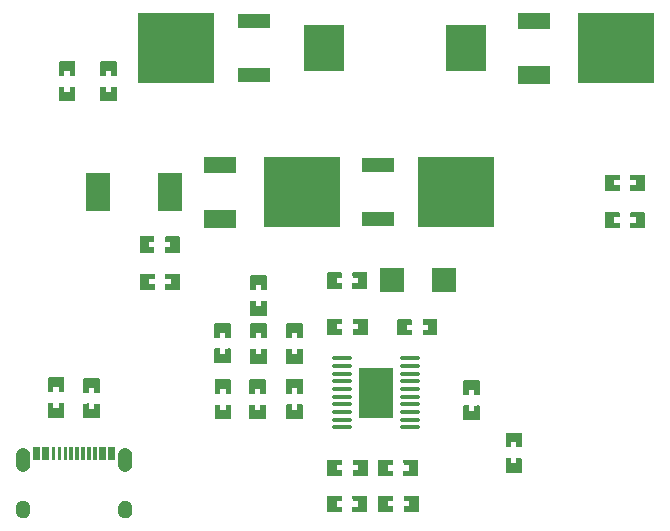
<source format=gtp>
G04 Layer: TopPasteMaskLayer*
G04 EasyEDA Pro v2.2.37.7, 2025-04-09 10:13:22*
G04 Gerber Generator version 0.3*
G04 Scale: 100 percent, Rotated: No, Reflected: No*
G04 Dimensions in millimeters*
G04 Leading zeros omitted, absolute positions, 4 integers and 5 decimals*
%FSLAX45Y45*%
%MOMM*%
%ADD10O,1.7465X0.343*%
%ADD11R,2.99999X4.19999*%
%ADD12R,6.50001X5.99999*%
%ADD13R,2.79999X1.3*%
%ADD14R,6.50001X5.99999*%
%ADD15R,2.79999X1.3*%
%ADD16R,2.79999X1.35001*%
%ADD17R,2.79999X1.5*%
%ADD18R,2.0X2.0*%
%ADD19R,2.0040X3.29999*%
%ADD20R,2.0X3.29999*%
%ADD21R,3.49999X3.99999*%
G75*


G04 PolygonModel Start*
G36*
G01X3327900Y-3091002D02*
G01X3199902Y-3091002D01*
G01X3194901Y-3086001D01*
G01X3194901Y-2971000D01*
G01X3199902Y-2966001D01*
G01X3240905Y-2965498D01*
G01X3240905Y-3010499D01*
G01X3285904Y-3010499D01*
G01X3285904Y-2966499D01*
G01X3327900Y-2966001D01*
G01X3332902Y-2971000D01*
G01X3332902Y-3086001D01*
G01X3327900Y-3091002D01*
G37*
G36*
G01X3327900Y-2876001D02*
G01X3285904Y-2875999D01*
G01X3285904Y-2831501D01*
G01X3240905Y-2831501D01*
G01X3240905Y-2875498D01*
G01X3199902Y-2876001D01*
G01X3194901Y-2871000D01*
G01X3194901Y-2756002D01*
G01X3199902Y-2751000D01*
G01X3327900Y-2751000D01*
G01X3332902Y-2756002D01*
G01X3332902Y-2871000D01*
G01X3327900Y-2876001D01*
G37*
G36*
G01X3327900Y-3497402D02*
G01X3199902Y-3497402D01*
G01X3194901Y-3492401D01*
G01X3194901Y-3377400D01*
G01X3199902Y-3372401D01*
G01X3240905Y-3371898D01*
G01X3240905Y-3416899D01*
G01X3285904Y-3416899D01*
G01X3285904Y-3372899D01*
G01X3327900Y-3372401D01*
G01X3332902Y-3377400D01*
G01X3332902Y-3492401D01*
G01X3327900Y-3497402D01*
G37*
G36*
G01X3327900Y-3282401D02*
G01X3285904Y-3282399D01*
G01X3285904Y-3237901D01*
G01X3240905Y-3237901D01*
G01X3240905Y-3281898D01*
G01X3199902Y-3282401D01*
G01X3194901Y-3277400D01*
G01X3194901Y-3162402D01*
G01X3199902Y-3157400D01*
G01X3327900Y-3157400D01*
G01X3332902Y-3162402D01*
G01X3332902Y-3277400D01*
G01X3327900Y-3282401D01*
G37*
G36*
G01X3845697Y-3249696D02*
G01X3845697Y-3121698D01*
G01X3850698Y-3116697D01*
G01X3965699Y-3116697D01*
G01X3970698Y-3121698D01*
G01X3971201Y-3162701D01*
G01X3926200Y-3162701D01*
G01X3926200Y-3207700D01*
G01X3970200Y-3207700D01*
G01X3970698Y-3249696D01*
G01X3965699Y-3254698D01*
G01X3850698Y-3254698D01*
G01X3845697Y-3249696D01*
G37*
G36*
G01X4060698Y-3249696D02*
G01X4060701Y-3207700D01*
G01X4105199Y-3207700D01*
G01X4105199Y-3162701D01*
G01X4061201Y-3162701D01*
G01X4060698Y-3121698D01*
G01X4065699Y-3116697D01*
G01X4180698Y-3116697D01*
G01X4185699Y-3121698D01*
G01X4185699Y-3249696D01*
G01X4180698Y-3254698D01*
G01X4065699Y-3254698D01*
G01X4060698Y-3249696D01*
G37*
G36*
G01X3504700Y-3627298D02*
G01X3632698Y-3627298D01*
G01X3637699Y-3632299D01*
G01X3637699Y-3747300D01*
G01X3632698Y-3752299D01*
G01X3591695Y-3752802D01*
G01X3591695Y-3707801D01*
G01X3546696Y-3707801D01*
G01X3546696Y-3751801D01*
G01X3504700Y-3752299D01*
G01X3499698Y-3747300D01*
G01X3499698Y-3632299D01*
G01X3504700Y-3627298D01*
G37*
G36*
G01X3504700Y-3842299D02*
G01X3546696Y-3842301D01*
G01X3546696Y-3886799D01*
G01X3591695Y-3886799D01*
G01X3591695Y-3842802D01*
G01X3632698Y-3842299D01*
G01X3637699Y-3847300D01*
G01X3637699Y-3962298D01*
G01X3632698Y-3967300D01*
G01X3504700Y-3967300D01*
G01X3499698Y-3962298D01*
G01X3499698Y-3847300D01*
G01X3504700Y-3842299D01*
G37*
G36*
G01X3632700Y-3497402D02*
G01X3504702Y-3497402D01*
G01X3499701Y-3492401D01*
G01X3499701Y-3377400D01*
G01X3504702Y-3372401D01*
G01X3545705Y-3371898D01*
G01X3545705Y-3416899D01*
G01X3590704Y-3416899D01*
G01X3590704Y-3372899D01*
G01X3632700Y-3372401D01*
G01X3637702Y-3377400D01*
G01X3637702Y-3492401D01*
G01X3632700Y-3497402D01*
G37*
G36*
G01X3632700Y-3282401D02*
G01X3590704Y-3282399D01*
G01X3590704Y-3237901D01*
G01X3545705Y-3237901D01*
G01X3545705Y-3281898D01*
G01X3504702Y-3282401D01*
G01X3499701Y-3277400D01*
G01X3499701Y-3162402D01*
G01X3504702Y-3157400D01*
G01X3632700Y-3157400D01*
G01X3637702Y-3162402D01*
G01X3637702Y-3277400D01*
G01X3632700Y-3282401D01*
G37*
G36*
G01X3189204Y-3629797D02*
G01X3317202Y-3629797D01*
G01X3322203Y-3634798D01*
G01X3322203Y-3749799D01*
G01X3317202Y-3754798D01*
G01X3276199Y-3755301D01*
G01X3276199Y-3710300D01*
G01X3231200Y-3710300D01*
G01X3231200Y-3754300D01*
G01X3189204Y-3754798D01*
G01X3184202Y-3749799D01*
G01X3184202Y-3634798D01*
G01X3189204Y-3629797D01*
G37*
G36*
G01X3189204Y-3844798D02*
G01X3231200Y-3844801D01*
G01X3231200Y-3889299D01*
G01X3276199Y-3889299D01*
G01X3276199Y-3845301D01*
G01X3317202Y-3844798D01*
G01X3322203Y-3849799D01*
G01X3322203Y-3964798D01*
G01X3317202Y-3969799D01*
G01X3189204Y-3969799D01*
G01X3184202Y-3964798D01*
G01X3184202Y-3849799D01*
G01X3189204Y-3844798D01*
G37*
G36*
G01X2897104Y-3629797D02*
G01X3025102Y-3629797D01*
G01X3030103Y-3634798D01*
G01X3030103Y-3749799D01*
G01X3025102Y-3754798D01*
G01X2984099Y-3755301D01*
G01X2984099Y-3710300D01*
G01X2939100Y-3710300D01*
G01X2939100Y-3754300D01*
G01X2897104Y-3754798D01*
G01X2892102Y-3749799D01*
G01X2892102Y-3634798D01*
G01X2897104Y-3629797D01*
G37*
G36*
G01X2897104Y-3844798D02*
G01X2939100Y-3844801D01*
G01X2939100Y-3889299D01*
G01X2984099Y-3889299D01*
G01X2984099Y-3845301D01*
G01X3025102Y-3844798D01*
G01X3030103Y-3849799D01*
G01X3030103Y-3964798D01*
G01X3025102Y-3969799D01*
G01X2897104Y-3969799D01*
G01X2892102Y-3964798D01*
G01X2892102Y-3849799D01*
G01X2897104Y-3844798D01*
G37*
G36*
G01X6195197Y-2347996D02*
G01X6195197Y-2219998D01*
G01X6200198Y-2214997D01*
G01X6315199Y-2214997D01*
G01X6320198Y-2219998D01*
G01X6320701Y-2261001D01*
G01X6275700Y-2261001D01*
G01X6275700Y-2306000D01*
G01X6319700Y-2306000D01*
G01X6320198Y-2347996D01*
G01X6315199Y-2352998D01*
G01X6200198Y-2352998D01*
G01X6195197Y-2347996D01*
G37*
G36*
G01X6410198Y-2347996D02*
G01X6410201Y-2306000D01*
G01X6454699Y-2306000D01*
G01X6454699Y-2261001D01*
G01X6410701Y-2261001D01*
G01X6410198Y-2219998D01*
G01X6415199Y-2214997D01*
G01X6530198Y-2214997D01*
G01X6535199Y-2219998D01*
G01X6535199Y-2347996D01*
G01X6530198Y-2352998D01*
G01X6415199Y-2352998D01*
G01X6410198Y-2347996D01*
G37*
G36*
G01X6195197Y-2030496D02*
G01X6195197Y-1902498D01*
G01X6200198Y-1897497D01*
G01X6315199Y-1897497D01*
G01X6320198Y-1902498D01*
G01X6320701Y-1943501D01*
G01X6275700Y-1943501D01*
G01X6275700Y-1988500D01*
G01X6319700Y-1988500D01*
G01X6320198Y-2030496D01*
G01X6315199Y-2035498D01*
G01X6200198Y-2035498D01*
G01X6195197Y-2030496D01*
G37*
G36*
G01X6410198Y-2030496D02*
G01X6410201Y-1988500D01*
G01X6454699Y-1988500D01*
G01X6454699Y-1943501D01*
G01X6410701Y-1943501D01*
G01X6410198Y-1902498D01*
G01X6415199Y-1897497D01*
G01X6530198Y-1897497D01*
G01X6535199Y-1902498D01*
G01X6535199Y-2030496D01*
G01X6530198Y-2035498D01*
G01X6415199Y-2035498D01*
G01X6410198Y-2030496D01*
G37*
G36*
G01X1706296Y-1278603D02*
G01X1578298Y-1278603D01*
G01X1573297Y-1273601D01*
G01X1573297Y-1158600D01*
G01X1578298Y-1153602D01*
G01X1619301Y-1153099D01*
G01X1619301Y-1198100D01*
G01X1664300Y-1198100D01*
G01X1664300Y-1154100D01*
G01X1706296Y-1153602D01*
G01X1711298Y-1158600D01*
G01X1711298Y-1273601D01*
G01X1706296Y-1278603D01*
G37*
G36*
G01X1706296Y-1063602D02*
G01X1664300Y-1063599D01*
G01X1664300Y-1019101D01*
G01X1619301Y-1019101D01*
G01X1619301Y-1063099D01*
G01X1578298Y-1063602D01*
G01X1573297Y-1058601D01*
G01X1573297Y-943602D01*
G01X1578298Y-938601D01*
G01X1706296Y-938601D01*
G01X1711298Y-943602D01*
G01X1711298Y-1058601D01*
G01X1706296Y-1063602D01*
G37*
G36*
G01X2056296Y-1278603D02*
G01X1928298Y-1278603D01*
G01X1923297Y-1273601D01*
G01X1923297Y-1158600D01*
G01X1928298Y-1153602D01*
G01X1969301Y-1153099D01*
G01X1969301Y-1198100D01*
G01X2014300Y-1198100D01*
G01X2014300Y-1154100D01*
G01X2056296Y-1153602D01*
G01X2061298Y-1158600D01*
G01X2061298Y-1273601D01*
G01X2056296Y-1278603D01*
G37*
G36*
G01X2056296Y-1063602D02*
G01X2014300Y-1063599D01*
G01X2014300Y-1019101D01*
G01X1969301Y-1019101D01*
G01X1969301Y-1063099D01*
G01X1928298Y-1063602D01*
G01X1923297Y-1058601D01*
G01X1923297Y-943602D01*
G01X1928298Y-938601D01*
G01X2056296Y-938601D01*
G01X2061298Y-943602D01*
G01X2061298Y-1058601D01*
G01X2056296Y-1063602D01*
G37*
G36*
G01X4777603Y-3125704D02*
G01X4777603Y-3253702D01*
G01X4772602Y-3258703D01*
G01X4657601Y-3258703D01*
G01X4652602Y-3253702D01*
G01X4652099Y-3212699D01*
G01X4697100Y-3212699D01*
G01X4697100Y-3167700D01*
G01X4653100Y-3167700D01*
G01X4652602Y-3125704D01*
G01X4657601Y-3120702D01*
G01X4772602Y-3120702D01*
G01X4777603Y-3125704D01*
G37*
G36*
G01X4562602Y-3125704D02*
G01X4562599Y-3167700D01*
G01X4518101Y-3167700D01*
G01X4518101Y-3212699D01*
G01X4562099Y-3212699D01*
G01X4562602Y-3253702D01*
G01X4557601Y-3258703D01*
G01X4442602Y-3258703D01*
G01X4437601Y-3253702D01*
G01X4437601Y-3125704D01*
G01X4442602Y-3120702D01*
G01X4557601Y-3120702D01*
G01X4562602Y-3125704D01*
G37*
G36*
G01X5129296Y-3977503D02*
G01X5001298Y-3977503D01*
G01X4996297Y-3972502D01*
G01X4996297Y-3857501D01*
G01X5001298Y-3852502D01*
G01X5042301Y-3851999D01*
G01X5042301Y-3897000D01*
G01X5087300Y-3897000D01*
G01X5087300Y-3853000D01*
G01X5129296Y-3852502D01*
G01X5134298Y-3857501D01*
G01X5134298Y-3972502D01*
G01X5129296Y-3977503D01*
G37*
G36*
G01X5129296Y-3762502D02*
G01X5087300Y-3762499D01*
G01X5087300Y-3718001D01*
G01X5042301Y-3718001D01*
G01X5042301Y-3761999D01*
G01X5001298Y-3762502D01*
G01X4996297Y-3757501D01*
G01X4996297Y-3642502D01*
G01X5001298Y-3637501D01*
G01X5129296Y-3637501D01*
G01X5134298Y-3642502D01*
G01X5134298Y-3757501D01*
G01X5129296Y-3762502D01*
G37*
G36*
G01X3843198Y-2858000D02*
G01X3843198Y-2730002D01*
G01X3848199Y-2725001D01*
G01X3963200Y-2725001D01*
G01X3968199Y-2730002D01*
G01X3968702Y-2771005D01*
G01X3923701Y-2771005D01*
G01X3923701Y-2816004D01*
G01X3967701Y-2816004D01*
G01X3968199Y-2858000D01*
G01X3963200Y-2863002D01*
G01X3848199Y-2863002D01*
G01X3843198Y-2858000D01*
G37*
G36*
G01X4058199Y-2858000D02*
G01X4058201Y-2816004D01*
G01X4102699Y-2816004D01*
G01X4102699Y-2771005D01*
G01X4058702Y-2771005D01*
G01X4058199Y-2730002D01*
G01X4063200Y-2725001D01*
G01X4178198Y-2725001D01*
G01X4183200Y-2730002D01*
G01X4183200Y-2858000D01*
G01X4178198Y-2863002D01*
G01X4063200Y-2863002D01*
G01X4058199Y-2858000D01*
G37*
G36*
G01X3021096Y-3494903D02*
G01X2893098Y-3494903D01*
G01X2888097Y-3489902D01*
G01X2888097Y-3374901D01*
G01X2893098Y-3369902D01*
G01X2934101Y-3369399D01*
G01X2934101Y-3414400D01*
G01X2979100Y-3414400D01*
G01X2979100Y-3370400D01*
G01X3021096Y-3369902D01*
G01X3026098Y-3374901D01*
G01X3026098Y-3489902D01*
G01X3021096Y-3494903D01*
G37*
G36*
G01X3021096Y-3279902D02*
G01X2979100Y-3279899D01*
G01X2979100Y-3235401D01*
G01X2934101Y-3235401D01*
G01X2934101Y-3279399D01*
G01X2893098Y-3279902D01*
G01X2888097Y-3274901D01*
G01X2888097Y-3159902D01*
G01X2893098Y-3154901D01*
G01X3021096Y-3154901D01*
G01X3026098Y-3159902D01*
G01X3026098Y-3274901D01*
G01X3021096Y-3279902D01*
G37*
G36*
G01X4274998Y-4445500D02*
G01X4274998Y-4317502D01*
G01X4279999Y-4312501D01*
G01X4395000Y-4312501D01*
G01X4399999Y-4317502D01*
G01X4400502Y-4358505D01*
G01X4355501Y-4358505D01*
G01X4355501Y-4403504D01*
G01X4399501Y-4403504D01*
G01X4399999Y-4445500D01*
G01X4395000Y-4450502D01*
G01X4279999Y-4450502D01*
G01X4274998Y-4445500D01*
G37*
G36*
G01X4489999Y-4445500D02*
G01X4490001Y-4403504D01*
G01X4534499Y-4403504D01*
G01X4534499Y-4358505D01*
G01X4490502Y-4358505D01*
G01X4489999Y-4317502D01*
G01X4495000Y-4312501D01*
G01X4609998Y-4312501D01*
G01X4615000Y-4317502D01*
G01X4615000Y-4445500D01*
G01X4609998Y-4450502D01*
G01X4495000Y-4450502D01*
G01X4489999Y-4445500D01*
G37*
G36*
G01X3845697Y-4443496D02*
G01X3845697Y-4315498D01*
G01X3850698Y-4310497D01*
G01X3965699Y-4310497D01*
G01X3970698Y-4315498D01*
G01X3971201Y-4356501D01*
G01X3926200Y-4356501D01*
G01X3926200Y-4401500D01*
G01X3970200Y-4401500D01*
G01X3970698Y-4443496D01*
G01X3965699Y-4448498D01*
G01X3850698Y-4448498D01*
G01X3845697Y-4443496D01*
G37*
G36*
G01X4060698Y-4443496D02*
G01X4060701Y-4401500D01*
G01X4105199Y-4401500D01*
G01X4105199Y-4356501D01*
G01X4061201Y-4356501D01*
G01X4060698Y-4315498D01*
G01X4065699Y-4310497D01*
G01X4180698Y-4310497D01*
G01X4185699Y-4315498D01*
G01X4185699Y-4443496D01*
G01X4180698Y-4448498D01*
G01X4065699Y-4448498D01*
G01X4060698Y-4443496D01*
G37*
G36*
G01X4277497Y-4748296D02*
G01X4277497Y-4620298D01*
G01X4282498Y-4615297D01*
G01X4397499Y-4615297D01*
G01X4402498Y-4620298D01*
G01X4403001Y-4661301D01*
G01X4358000Y-4661301D01*
G01X4358000Y-4706300D01*
G01X4402000Y-4706300D01*
G01X4402498Y-4748296D01*
G01X4397499Y-4753298D01*
G01X4282498Y-4753298D01*
G01X4277497Y-4748296D01*
G37*
G36*
G01X4492498Y-4748296D02*
G01X4492501Y-4706300D01*
G01X4536999Y-4706300D01*
G01X4536999Y-4661301D01*
G01X4493001Y-4661301D01*
G01X4492498Y-4620298D01*
G01X4497499Y-4615297D01*
G01X4612498Y-4615297D01*
G01X4617499Y-4620298D01*
G01X4617499Y-4748296D01*
G01X4612498Y-4753298D01*
G01X4497499Y-4753298D01*
G01X4492498Y-4748296D01*
G37*
G36*
G01X3843198Y-4750300D02*
G01X3843198Y-4622302D01*
G01X3848199Y-4617301D01*
G01X3963200Y-4617301D01*
G01X3968199Y-4622302D01*
G01X3968702Y-4663305D01*
G01X3923701Y-4663305D01*
G01X3923701Y-4708304D01*
G01X3967701Y-4708304D01*
G01X3968199Y-4750300D01*
G01X3963200Y-4755302D01*
G01X3848199Y-4755302D01*
G01X3843198Y-4750300D01*
G37*
G36*
G01X4058199Y-4750300D02*
G01X4058201Y-4708304D01*
G01X4102699Y-4708304D01*
G01X4102699Y-4663305D01*
G01X4058702Y-4663305D01*
G01X4058199Y-4622302D01*
G01X4063200Y-4617301D01*
G01X4178198Y-4617301D01*
G01X4183200Y-4622302D01*
G01X4183200Y-4750300D01*
G01X4178198Y-4755302D01*
G01X4063200Y-4755302D01*
G01X4058199Y-4750300D01*
G37*
G36*
G01X5487905Y-4422174D02*
G01X5359907Y-4422174D01*
G01X5354905Y-4417173D01*
G01X5354905Y-4302172D01*
G01X5359907Y-4297173D01*
G01X5400910Y-4296670D01*
G01X5400910Y-4341672D01*
G01X5445909Y-4341672D01*
G01X5445909Y-4297671D01*
G01X5487905Y-4297173D01*
G01X5492906Y-4302172D01*
G01X5492906Y-4417173D01*
G01X5487905Y-4422174D01*
G37*
G36*
G01X5487905Y-4207173D02*
G01X5445909Y-4207171D01*
G01X5445909Y-4162673D01*
G01X5400910Y-4162673D01*
G01X5400910Y-4206671D01*
G01X5359907Y-4207173D01*
G01X5354905Y-4202172D01*
G01X5354905Y-4087174D01*
G01X5359907Y-4082172D01*
G01X5487905Y-4082172D01*
G01X5492906Y-4087174D01*
G01X5492906Y-4202172D01*
G01X5487905Y-4207173D01*
G37*
G36*
G01X2258197Y-2868696D02*
G01X2258197Y-2740698D01*
G01X2263198Y-2735697D01*
G01X2378199Y-2735697D01*
G01X2383198Y-2740698D01*
G01X2383701Y-2781701D01*
G01X2338700Y-2781701D01*
G01X2338700Y-2826700D01*
G01X2382700Y-2826700D01*
G01X2383198Y-2868696D01*
G01X2378199Y-2873698D01*
G01X2263198Y-2873698D01*
G01X2258197Y-2868696D01*
G37*
G36*
G01X2473198Y-2868696D02*
G01X2473201Y-2826700D01*
G01X2517699Y-2826700D01*
G01X2517699Y-2781701D01*
G01X2473701Y-2781701D01*
G01X2473198Y-2740698D01*
G01X2478199Y-2735697D01*
G01X2593198Y-2735697D01*
G01X2598199Y-2740698D01*
G01X2598199Y-2868696D01*
G01X2593198Y-2873698D01*
G01X2478199Y-2873698D01*
G01X2473198Y-2868696D01*
G37*
G36*
G01X2595702Y-2425200D02*
G01X2595702Y-2553198D01*
G01X2590701Y-2558199D01*
G01X2475700Y-2558199D01*
G01X2470701Y-2553198D01*
G01X2470198Y-2512195D01*
G01X2515199Y-2512195D01*
G01X2515199Y-2467196D01*
G01X2471199Y-2467196D01*
G01X2470701Y-2425200D01*
G01X2475700Y-2420198D01*
G01X2590701Y-2420198D01*
G01X2595702Y-2425200D01*
G37*
G36*
G01X2380701Y-2425200D02*
G01X2380699Y-2467196D01*
G01X2336201Y-2467196D01*
G01X2336201Y-2512195D01*
G01X2380198Y-2512195D01*
G01X2380701Y-2553198D01*
G01X2375700Y-2558199D01*
G01X2260702Y-2558199D01*
G01X2255700Y-2553198D01*
G01X2255700Y-2425200D01*
G01X2260702Y-2420198D01*
G01X2375700Y-2420198D01*
G01X2380701Y-2425200D01*
G37*
G36*
G01X1841807Y-4313296D02*
G01X1841807Y-4203296D01*
G01X1811805Y-4203296D01*
G01X1811805Y-4313296D01*
G01X1841807Y-4313296D01*
G37*
G36*
G01X1861817Y-4203296D02*
G01X1861817Y-4313296D01*
G01X1891820Y-4313296D01*
G01X1891820Y-4203296D01*
G01X1861817Y-4203296D01*
G37*
G36*
G01X1351798Y-4203296D02*
G01X1351798Y-4313296D01*
G01X1411798Y-4313296D01*
G01X1411798Y-4203296D01*
G01X1351798Y-4203296D01*
G37*
G36*
G01X1791795Y-4313296D02*
G01X1791795Y-4203296D01*
G01X1761792Y-4203296D01*
G01X1761792Y-4313296D01*
G01X1791795Y-4313296D01*
G37*
G36*
G01X1911817Y-4203296D02*
G01X1911817Y-4313296D01*
G01X1971817Y-4313296D01*
G01X1971817Y-4203296D01*
G01X1911817Y-4203296D01*
G37*
G36*
G01X2051802Y-4313296D02*
G01X2051802Y-4203296D01*
G01X1991802Y-4203296D01*
G01X1991802Y-4313296D01*
G01X2051802Y-4313296D01*
G37*
G36*
G01X1741808Y-4313296D02*
G01X1741808Y-4203296D01*
G01X1711805Y-4203296D01*
G01X1711805Y-4313296D01*
G01X1741808Y-4313296D01*
G37*
G36*
G01X1691795Y-4313296D02*
G01X1691795Y-4203296D01*
G01X1661792Y-4203296D01*
G01X1661792Y-4313296D01*
G01X1691795Y-4313296D01*
G37*
G36*
G01X1431808Y-4203296D02*
G01X1431808Y-4313296D01*
G01X1491808Y-4313296D01*
G01X1491808Y-4203296D01*
G01X1431808Y-4203296D01*
G37*
G36*
G01X1641808Y-4313296D02*
G01X1641808Y-4203296D01*
G01X1611805Y-4203296D01*
G01X1611805Y-4313296D01*
G01X1641808Y-4313296D01*
G37*
G36*
G01X1591821Y-4313296D02*
G01X1591821Y-4203296D01*
G01X1561818Y-4203296D01*
G01X1561818Y-4313296D01*
G01X1591821Y-4313296D01*
G37*
G36*
G01X1541808Y-4313296D02*
G01X1541808Y-4203296D01*
G01X1511805Y-4203296D01*
G01X1511805Y-4313296D01*
G01X1541808Y-4313296D01*
G37*
G36*
G01X2138782Y-4213456D02*
G01X2135795Y-4213306D01*
G01X2132802Y-4213306D01*
G01X2129815Y-4213456D01*
G01X2126839Y-4213753D01*
G01X2123879Y-4214200D01*
G01X2120948Y-4214792D01*
G01X2118048Y-4215531D01*
G01X2115190Y-4216413D01*
G01X2112378Y-4217436D01*
G01X2109622Y-4218597D01*
G01X2106925Y-4219895D01*
G01X2104299Y-4221328D01*
G01X2101746Y-4222887D01*
G01X2099274Y-4224571D01*
G01X2096889Y-4226380D01*
G01X2094598Y-4228302D01*
G01X2092404Y-4230337D01*
G01X2090316Y-4232478D01*
G01X2088335Y-4234721D01*
G01X2086470Y-4237060D01*
G01X2084725Y-4239489D01*
G01X2083102Y-4242003D01*
G01X2081606Y-4244594D01*
G01X2080240Y-4247256D01*
G01X2079010Y-4249981D01*
G01X2077918Y-4252768D01*
G01X2076963Y-4255602D01*
G01X2076153Y-4258483D01*
G01X2075487Y-4261399D01*
G01X2074969Y-4264345D01*
G01X2074596Y-4267314D01*
G01X2074372Y-4270299D01*
G01X2074299Y-4273288D01*
G01X2074299Y-4353288D01*
G01X2074372Y-4356278D01*
G01X2074596Y-4359262D01*
G01X2074969Y-4362232D01*
G01X2075487Y-4365178D01*
G01X2076153Y-4368094D01*
G01X2076963Y-4370974D01*
G01X2077918Y-4373809D01*
G01X2079010Y-4376595D01*
G01X2080240Y-4379321D01*
G01X2081606Y-4381983D01*
G01X2083102Y-4384573D01*
G01X2084725Y-4387088D01*
G01X2086470Y-4389516D01*
G01X2088335Y-4391856D01*
G01X2090316Y-4394098D01*
G01X2092404Y-4396240D01*
G01X2094598Y-4398274D01*
G01X2096889Y-4400197D01*
G01X2099274Y-4402005D01*
G01X2101746Y-4403689D01*
G01X2104299Y-4405249D01*
G01X2106925Y-4406682D01*
G01X2109622Y-4407979D01*
G01X2112378Y-4409140D01*
G01X2115190Y-4410164D01*
G01X2118048Y-4411045D01*
G01X2120948Y-4411784D01*
G01X2123879Y-4412376D01*
G01X2126839Y-4412823D01*
G01X2129815Y-4413120D01*
G01X2132802Y-4413270D01*
G01X2135795Y-4413270D01*
G01X2138782Y-4413120D01*
G01X2141758Y-4412823D01*
G01X2144718Y-4412376D01*
G01X2147649Y-4411784D01*
G01X2150549Y-4411045D01*
G01X2153407Y-4410164D01*
G01X2156219Y-4409140D01*
G01X2158975Y-4407979D01*
G01X2161672Y-4406682D01*
G01X2164298Y-4405249D01*
G01X2166851Y-4403689D01*
G01X2169323Y-4402005D01*
G01X2171708Y-4400197D01*
G01X2173999Y-4398274D01*
G01X2176193Y-4396240D01*
G01X2178281Y-4394098D01*
G01X2180262Y-4391856D01*
G01X2182127Y-4389516D01*
G01X2183872Y-4387088D01*
G01X2185495Y-4384573D01*
G01X2186991Y-4381983D01*
G01X2188357Y-4379321D01*
G01X2189587Y-4376595D01*
G01X2190679Y-4373809D01*
G01X2191634Y-4370974D01*
G01X2192444Y-4368094D01*
G01X2193110Y-4365178D01*
G01X2193628Y-4362232D01*
G01X2194001Y-4359262D01*
G01X2194225Y-4356278D01*
G01X2194298Y-4353288D01*
G01X2194298Y-4273288D01*
G01X2194225Y-4270299D01*
G01X2194001Y-4267314D01*
G01X2193628Y-4264345D01*
G01X2193110Y-4261399D01*
G01X2192444Y-4258483D01*
G01X2191634Y-4255602D01*
G01X2190679Y-4252768D01*
G01X2189587Y-4249981D01*
G01X2188357Y-4247256D01*
G01X2186991Y-4244594D01*
G01X2185495Y-4242003D01*
G01X2183872Y-4239489D01*
G01X2182127Y-4237060D01*
G01X2180262Y-4234721D01*
G01X2178281Y-4232478D01*
G01X2176193Y-4230337D01*
G01X2173999Y-4228302D01*
G01X2171708Y-4226380D01*
G01X2169323Y-4224571D01*
G01X2166851Y-4222887D01*
G01X2164298Y-4221328D01*
G01X2161672Y-4219895D01*
G01X2158975Y-4218597D01*
G01X2156219Y-4217436D01*
G01X2153407Y-4216413D01*
G01X2150549Y-4215531D01*
G01X2147649Y-4214792D01*
G01X2144718Y-4214200D01*
G01X2141758Y-4213753D01*
G01X2138782Y-4213456D01*
G37*
G36*
G01X1267805Y-4213306D02*
G01X1264818Y-4213456D01*
G01X1261842Y-4213753D01*
G01X1258882Y-4214200D01*
G01X1255951Y-4214792D01*
G01X1253051Y-4215531D01*
G01X1250193Y-4216413D01*
G01X1247381Y-4217436D01*
G01X1244625Y-4218597D01*
G01X1241928Y-4219895D01*
G01X1239302Y-4221328D01*
G01X1236749Y-4222887D01*
G01X1234277Y-4224571D01*
G01X1231892Y-4226380D01*
G01X1229601Y-4228302D01*
G01X1227407Y-4230337D01*
G01X1225319Y-4232478D01*
G01X1223338Y-4234721D01*
G01X1221473Y-4237060D01*
G01X1219728Y-4239489D01*
G01X1218105Y-4242003D01*
G01X1216609Y-4244594D01*
G01X1215243Y-4247256D01*
G01X1214013Y-4249981D01*
G01X1212921Y-4252768D01*
G01X1211966Y-4255602D01*
G01X1211156Y-4258483D01*
G01X1210490Y-4261399D01*
G01X1209972Y-4264345D01*
G01X1209599Y-4267314D01*
G01X1209375Y-4270299D01*
G01X1209302Y-4273288D01*
G01X1209302Y-4353288D01*
G01X1209375Y-4356278D01*
G01X1209599Y-4359262D01*
G01X1209972Y-4362232D01*
G01X1210490Y-4365178D01*
G01X1211156Y-4368094D01*
G01X1211966Y-4370974D01*
G01X1212921Y-4373809D01*
G01X1214013Y-4376595D01*
G01X1215243Y-4379321D01*
G01X1216609Y-4381983D01*
G01X1218105Y-4384573D01*
G01X1219728Y-4387088D01*
G01X1221473Y-4389516D01*
G01X1223338Y-4391856D01*
G01X1225319Y-4394098D01*
G01X1227407Y-4396240D01*
G01X1229601Y-4398274D01*
G01X1231892Y-4400197D01*
G01X1234277Y-4402005D01*
G01X1236749Y-4403689D01*
G01X1239302Y-4405249D01*
G01X1241928Y-4406682D01*
G01X1244625Y-4407979D01*
G01X1247381Y-4409140D01*
G01X1250193Y-4410164D01*
G01X1253051Y-4411045D01*
G01X1255951Y-4411784D01*
G01X1258882Y-4412376D01*
G01X1261842Y-4412823D01*
G01X1264818Y-4413120D01*
G01X1267805Y-4413270D01*
G01X1270798Y-4413270D01*
G01X1273785Y-4413120D01*
G01X1276761Y-4412823D01*
G01X1279721Y-4412376D01*
G01X1282652Y-4411784D01*
G01X1285552Y-4411045D01*
G01X1288410Y-4410164D01*
G01X1291222Y-4409140D01*
G01X1293978Y-4407979D01*
G01X1296675Y-4406682D01*
G01X1299301Y-4405249D01*
G01X1301854Y-4403689D01*
G01X1304326Y-4402005D01*
G01X1306711Y-4400197D01*
G01X1309002Y-4398274D01*
G01X1311196Y-4396240D01*
G01X1313284Y-4394098D01*
G01X1315265Y-4391856D01*
G01X1317130Y-4389516D01*
G01X1318875Y-4387088D01*
G01X1320498Y-4384573D01*
G01X1321994Y-4381983D01*
G01X1323360Y-4379321D01*
G01X1324590Y-4376595D01*
G01X1325682Y-4373809D01*
G01X1326637Y-4370974D01*
G01X1327447Y-4368094D01*
G01X1328113Y-4365178D01*
G01X1328631Y-4362232D01*
G01X1329004Y-4359262D01*
G01X1329228Y-4356278D01*
G01X1329301Y-4353288D01*
G01X1329301Y-4273288D01*
G01X1329228Y-4270299D01*
G01X1329004Y-4267314D01*
G01X1328631Y-4264345D01*
G01X1328113Y-4261399D01*
G01X1327447Y-4258483D01*
G01X1326637Y-4255602D01*
G01X1325682Y-4252768D01*
G01X1324590Y-4249981D01*
G01X1323360Y-4247256D01*
G01X1321994Y-4244594D01*
G01X1320498Y-4242003D01*
G01X1318875Y-4239489D01*
G01X1317130Y-4237060D01*
G01X1315265Y-4234721D01*
G01X1313284Y-4232478D01*
G01X1311196Y-4230337D01*
G01X1309002Y-4228302D01*
G01X1306711Y-4226380D01*
G01X1304326Y-4224571D01*
G01X1301854Y-4222887D01*
G01X1299301Y-4221328D01*
G01X1296675Y-4219895D01*
G01X1293978Y-4218597D01*
G01X1291222Y-4217436D01*
G01X1288410Y-4216413D01*
G01X1285552Y-4215531D01*
G01X1282652Y-4214792D01*
G01X1279721Y-4214200D01*
G01X1276761Y-4213753D01*
G01X1273785Y-4213456D01*
G01X1270798Y-4213306D01*
G01X1267805Y-4213306D01*
G37*
G36*
G01X1273785Y-4658472D02*
G01X1270798Y-4658322D01*
G01X1267805Y-4658322D01*
G01X1264818Y-4658472D01*
G01X1261842Y-4658769D01*
G01X1258882Y-4659216D01*
G01X1255951Y-4659808D01*
G01X1253051Y-4660547D01*
G01X1250193Y-4661428D01*
G01X1247381Y-4662452D01*
G01X1244625Y-4663613D01*
G01X1241928Y-4664911D01*
G01X1239302Y-4666343D01*
G01X1236749Y-4667903D01*
G01X1234277Y-4669587D01*
G01X1231892Y-4671395D01*
G01X1229601Y-4673318D01*
G01X1227407Y-4675353D01*
G01X1225319Y-4677494D01*
G01X1223338Y-4679737D01*
G01X1221473Y-4682076D01*
G01X1219728Y-4684504D01*
G01X1218105Y-4687019D01*
G01X1216609Y-4689610D01*
G01X1215243Y-4692272D01*
G01X1214013Y-4694997D01*
G01X1212921Y-4697783D01*
G01X1211966Y-4700618D01*
G01X1211156Y-4703498D01*
G01X1210490Y-4706414D01*
G01X1209972Y-4709361D01*
G01X1209599Y-4712330D01*
G01X1209375Y-4715314D01*
G01X1209302Y-4718304D01*
G01X1209302Y-4748304D01*
G01X1209375Y-4751294D01*
G01X1209599Y-4754278D01*
G01X1209972Y-4757247D01*
G01X1210490Y-4760194D01*
G01X1211156Y-4763110D01*
G01X1211966Y-4765990D01*
G01X1212921Y-4768825D01*
G01X1214013Y-4771611D01*
G01X1215243Y-4774336D01*
G01X1216609Y-4776998D01*
G01X1218105Y-4779589D01*
G01X1219728Y-4782104D01*
G01X1221473Y-4784532D01*
G01X1223338Y-4786871D01*
G01X1225319Y-4789114D01*
G01X1227407Y-4791255D01*
G01X1229601Y-4793290D01*
G01X1231892Y-4795213D01*
G01X1234277Y-4797021D01*
G01X1236749Y-4798705D01*
G01X1239302Y-4800265D01*
G01X1241928Y-4801697D01*
G01X1244625Y-4802995D01*
G01X1247381Y-4804156D01*
G01X1250193Y-4805180D01*
G01X1253051Y-4806061D01*
G01X1255951Y-4806800D01*
G01X1258882Y-4807392D01*
G01X1261842Y-4807839D01*
G01X1264818Y-4808136D01*
G01X1267805Y-4808286D01*
G01X1270798Y-4808286D01*
G01X1273785Y-4808136D01*
G01X1276761Y-4807839D01*
G01X1279721Y-4807392D01*
G01X1282652Y-4806800D01*
G01X1285552Y-4806061D01*
G01X1288410Y-4805180D01*
G01X1291222Y-4804156D01*
G01X1293978Y-4802995D01*
G01X1296675Y-4801697D01*
G01X1299301Y-4800265D01*
G01X1301854Y-4798705D01*
G01X1304326Y-4797021D01*
G01X1306711Y-4795213D01*
G01X1309002Y-4793290D01*
G01X1311196Y-4791255D01*
G01X1313284Y-4789114D01*
G01X1315265Y-4786871D01*
G01X1317130Y-4784532D01*
G01X1318875Y-4782104D01*
G01X1320498Y-4779589D01*
G01X1321994Y-4776998D01*
G01X1323360Y-4774336D01*
G01X1324590Y-4771611D01*
G01X1325682Y-4768825D01*
G01X1326637Y-4765990D01*
G01X1327447Y-4763110D01*
G01X1328113Y-4760194D01*
G01X1328631Y-4757247D01*
G01X1329004Y-4754278D01*
G01X1329228Y-4751294D01*
G01X1329301Y-4748304D01*
G01X1329301Y-4718304D01*
G01X1329228Y-4715314D01*
G01X1329004Y-4712330D01*
G01X1328631Y-4709361D01*
G01X1328113Y-4706414D01*
G01X1327447Y-4703498D01*
G01X1326637Y-4700618D01*
G01X1325682Y-4697783D01*
G01X1324590Y-4694997D01*
G01X1323360Y-4692272D01*
G01X1321994Y-4689610D01*
G01X1320498Y-4687019D01*
G01X1318875Y-4684504D01*
G01X1317130Y-4682076D01*
G01X1315265Y-4679737D01*
G01X1313284Y-4677494D01*
G01X1311196Y-4675353D01*
G01X1309002Y-4673318D01*
G01X1306711Y-4671395D01*
G01X1304326Y-4669587D01*
G01X1301854Y-4667903D01*
G01X1299301Y-4666343D01*
G01X1296675Y-4664911D01*
G01X1293978Y-4663613D01*
G01X1291222Y-4662452D01*
G01X1288410Y-4661428D01*
G01X1285552Y-4660547D01*
G01X1282652Y-4659808D01*
G01X1279721Y-4659216D01*
G01X1276761Y-4658769D01*
G01X1273785Y-4658472D01*
G37*
G36*
G01X2132802Y-4658322D02*
G01X2129815Y-4658472D01*
G01X2126839Y-4658769D01*
G01X2123879Y-4659216D01*
G01X2120948Y-4659808D01*
G01X2118048Y-4660547D01*
G01X2115190Y-4661428D01*
G01X2112378Y-4662452D01*
G01X2109622Y-4663613D01*
G01X2106925Y-4664911D01*
G01X2104299Y-4666343D01*
G01X2101746Y-4667903D01*
G01X2099274Y-4669587D01*
G01X2096889Y-4671395D01*
G01X2094598Y-4673318D01*
G01X2092404Y-4675353D01*
G01X2090316Y-4677494D01*
G01X2088335Y-4679737D01*
G01X2086470Y-4682076D01*
G01X2084725Y-4684504D01*
G01X2083102Y-4687019D01*
G01X2081606Y-4689610D01*
G01X2080240Y-4692272D01*
G01X2079010Y-4694997D01*
G01X2077918Y-4697783D01*
G01X2076963Y-4700618D01*
G01X2076153Y-4703498D01*
G01X2075487Y-4706414D01*
G01X2074969Y-4709361D01*
G01X2074596Y-4712330D01*
G01X2074372Y-4715314D01*
G01X2074299Y-4718304D01*
G01X2074299Y-4748304D01*
G01X2074372Y-4751294D01*
G01X2074596Y-4754278D01*
G01X2074969Y-4757247D01*
G01X2075487Y-4760194D01*
G01X2076153Y-4763110D01*
G01X2076963Y-4765990D01*
G01X2077918Y-4768825D01*
G01X2079010Y-4771611D01*
G01X2080240Y-4774336D01*
G01X2081606Y-4776998D01*
G01X2083102Y-4779589D01*
G01X2084725Y-4782104D01*
G01X2086470Y-4784532D01*
G01X2088335Y-4786871D01*
G01X2090316Y-4789114D01*
G01X2092404Y-4791255D01*
G01X2094598Y-4793290D01*
G01X2096889Y-4795213D01*
G01X2099274Y-4797021D01*
G01X2101746Y-4798705D01*
G01X2104299Y-4800265D01*
G01X2106925Y-4801697D01*
G01X2109622Y-4802995D01*
G01X2112378Y-4804156D01*
G01X2115190Y-4805180D01*
G01X2118048Y-4806061D01*
G01X2120948Y-4806800D01*
G01X2123879Y-4807392D01*
G01X2126839Y-4807839D01*
G01X2129815Y-4808136D01*
G01X2132802Y-4808286D01*
G01X2135795Y-4808286D01*
G01X2138782Y-4808136D01*
G01X2141758Y-4807839D01*
G01X2144718Y-4807392D01*
G01X2147649Y-4806800D01*
G01X2150549Y-4806061D01*
G01X2153407Y-4805180D01*
G01X2156219Y-4804156D01*
G01X2158975Y-4802995D01*
G01X2161672Y-4801697D01*
G01X2164298Y-4800265D01*
G01X2166851Y-4798705D01*
G01X2169323Y-4797021D01*
G01X2171708Y-4795213D01*
G01X2173999Y-4793290D01*
G01X2176193Y-4791255D01*
G01X2178281Y-4789114D01*
G01X2180262Y-4786871D01*
G01X2182127Y-4784532D01*
G01X2183872Y-4782104D01*
G01X2185495Y-4779589D01*
G01X2186991Y-4776998D01*
G01X2188357Y-4774336D01*
G01X2189587Y-4771611D01*
G01X2190679Y-4768825D01*
G01X2191634Y-4765990D01*
G01X2192444Y-4763110D01*
G01X2193110Y-4760194D01*
G01X2193628Y-4757247D01*
G01X2194001Y-4754278D01*
G01X2194225Y-4751294D01*
G01X2194298Y-4748304D01*
G01X2194298Y-4718304D01*
G01X2194225Y-4715314D01*
G01X2194001Y-4712330D01*
G01X2193628Y-4709361D01*
G01X2193110Y-4706414D01*
G01X2192444Y-4703498D01*
G01X2191634Y-4700618D01*
G01X2190679Y-4697783D01*
G01X2189587Y-4694997D01*
G01X2188357Y-4692272D01*
G01X2186991Y-4689610D01*
G01X2185495Y-4687019D01*
G01X2183872Y-4684504D01*
G01X2182127Y-4682076D01*
G01X2180262Y-4679737D01*
G01X2178281Y-4677494D01*
G01X2176193Y-4675353D01*
G01X2173999Y-4673318D01*
G01X2171708Y-4671395D01*
G01X2169323Y-4669587D01*
G01X2166851Y-4667903D01*
G01X2164298Y-4666343D01*
G01X2161672Y-4664911D01*
G01X2158975Y-4663613D01*
G01X2156219Y-4662452D01*
G01X2153407Y-4661428D01*
G01X2150549Y-4660547D01*
G01X2147649Y-4659808D01*
G01X2144718Y-4659216D01*
G01X2141758Y-4658769D01*
G01X2138782Y-4658472D01*
G01X2135795Y-4658322D01*
G01X2132802Y-4658322D01*
G37*
G36*
G01X1911850Y-3960952D02*
G01X1783852Y-3960952D01*
G01X1778851Y-3955951D01*
G01X1778851Y-3840950D01*
G01X1783852Y-3835951D01*
G01X1824855Y-3835448D01*
G01X1824855Y-3880449D01*
G01X1869854Y-3880449D01*
G01X1869854Y-3836449D01*
G01X1911850Y-3835951D01*
G01X1916852Y-3840950D01*
G01X1916852Y-3955951D01*
G01X1911850Y-3960952D01*
G37*
G36*
G01X1911850Y-3745951D02*
G01X1869854Y-3745949D01*
G01X1869854Y-3701451D01*
G01X1824855Y-3701451D01*
G01X1824855Y-3745448D01*
G01X1783852Y-3745951D01*
G01X1778851Y-3740950D01*
G01X1778851Y-3625952D01*
G01X1783852Y-3620950D01*
G01X1911850Y-3620950D01*
G01X1916852Y-3625952D01*
G01X1916852Y-3740950D01*
G01X1911850Y-3745951D01*
G37*
G36*
G01X1613400Y-3954602D02*
G01X1485402Y-3954602D01*
G01X1480401Y-3949601D01*
G01X1480401Y-3834600D01*
G01X1485402Y-3829601D01*
G01X1526405Y-3829098D01*
G01X1526405Y-3874099D01*
G01X1571404Y-3874099D01*
G01X1571404Y-3830099D01*
G01X1613400Y-3829601D01*
G01X1618402Y-3834600D01*
G01X1618402Y-3949601D01*
G01X1613400Y-3954602D01*
G37*
G36*
G01X1613400Y-3739601D02*
G01X1571404Y-3739599D01*
G01X1571404Y-3695101D01*
G01X1526405Y-3695101D01*
G01X1526405Y-3739098D01*
G01X1485402Y-3739601D01*
G01X1480401Y-3734600D01*
G01X1480401Y-3619602D01*
G01X1485402Y-3614600D01*
G01X1613400Y-3614600D01*
G01X1618402Y-3619602D01*
G01X1618402Y-3734600D01*
G01X1613400Y-3739601D01*
G37*

G04 Pad Start*
G54D10*
G01X3967175Y-3453994D03*
G01X3967175Y-3518992D03*
G01X3967175Y-3583991D03*
G01X3967175Y-3648989D03*
G01X3967175Y-3714013D03*
G01X3967175Y-3779012D03*
G01X3967175Y-3844011D03*
G01X3967175Y-3909009D03*
G01X3967175Y-3974008D03*
G01X3967175Y-4039006D03*
G01X4541825Y-3453994D03*
G01X4541825Y-3518992D03*
G01X4541825Y-3583991D03*
G01X4541825Y-3648989D03*
G01X4541825Y-3714013D03*
G01X4541825Y-3779012D03*
G01X4541825Y-3844011D03*
G01X4541825Y-3909009D03*
G01X4541825Y-3974008D03*
G01X4541825Y-4039006D03*
G54D11*
G01X4254500Y-3746500D03*
G54D12*
G01X2566403Y-825500D03*
G54D13*
G01X3224797Y-1052779D03*
G01X3224797Y-598221D03*
G54D14*
G01X4934678Y-2047600D03*
G54D15*
G01X4276285Y-1820321D03*
G01X4276285Y-2274879D03*
G54D14*
G01X3629085Y-2049314D03*
G54D16*
G01X2934065Y-1818606D03*
G54D17*
G01X2934065Y-2276594D03*
G54D14*
G01X6291110Y-827214D03*
G54D16*
G01X5596090Y-596506D03*
G54D17*
G01X5596090Y-1054494D03*
G54D18*
G01X4390111Y-2794000D03*
G01X4830089Y-2794000D03*
G54D20*
G01X1903171Y-2044700D03*
G01X2516429Y-2044700D03*
G54D21*
G01X3819601Y-825500D03*
G01X5019599Y-825500D03*
G04 Pad End*

M02*


</source>
